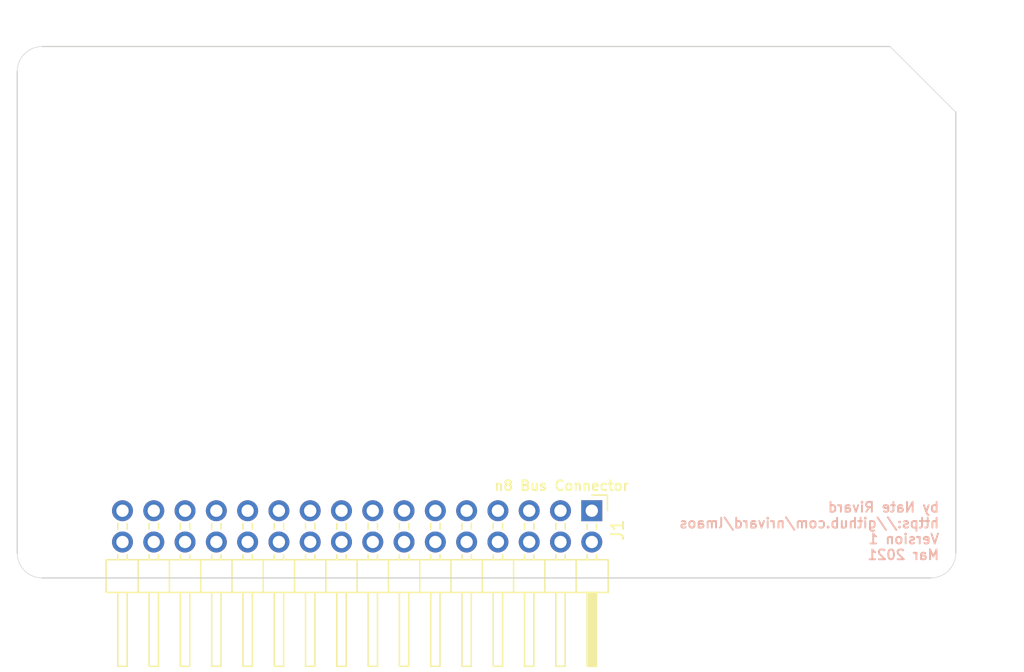
<source format=kicad_pcb>
(kicad_pcb (version 20211014) (generator pcbnew)
  (layers (0 "F.Cu" signal) (31 "B.Cu" signal) (34 "B.Paste" user) (35 "F.Paste" user) (36 "B.SilkS" user "B.Silkscreen") (37 "F.SilkS" user "F.Silkscreen") (38 "B.Mask" user) (39 "F.Mask" user) (44 "Edge.Cuts" user))
  (net 0 "")
  (net 1 "+5V")
  (net 2 "GND")
  (net 3 "/A0")
  (net 4 "/D0")
  (net 5 "/A1")
  (net 6 "/D1")
  (net 7 "/A2")
  (net 8 "/D2")
  (net 9 "/A3")
  (net 10 "/D3")
  (net 11 "/A4")
  (net 12 "/D4")
  (net 13 "/A5")
  (net 14 "/D5")
  (net 15 "~{CS}")
  (net 16 "/D6")
  (net 17 "R~{W}")
  (net 18 "/D7")
  (net 19 "CLK")
  (net 20 "~{IRQ}")
  (net 21 "~{RES}")
  (net 22 "~{NMI}")
  (net 23 "FUTURE0")
  (net 24 "FUTURE1")
  (net 25 "~{WRITE}")
  (net 26 "~{READ}")
  (footprint "Connector_PinHeader_2.54mm:PinHeader_2x16_P2.54mm_Horizontal" (layer "F.Cu") (at 147.2311 112.522 -90)
    (fp_text reference "J1" (at 1.5748 -2.0828 90) (layer "F.SilkS"))
    (fp_text value "n8 Bus Connector")
    (fp_line (start 3.98 -1.33) (end 3.98 39.43) (layer "F.SilkS") (width 0.12))
    (fp_line (start 1.042929 25.02) (end 1.497071 25.02) (layer "F.SilkS") (width 0.12))
    (fp_line (start 1.042929 10.54) (end 1.497071 10.54) (layer "F.SilkS") (width 0.12))
    (fp_line (start 6.64 27.56) (end 12.64 27.56) (layer "F.SilkS") (width 0.12))
    (fp_line (start 6.64 0.16) (end 12.64 0.16) (layer "F.SilkS") (width 0.12))
    (fp_line (start 3.582929 20.7) (end 3.98 20.7) (layer "F.SilkS") (width 0.12))
    (fp_line (start 1.042929 27.56) (end 1.497071 27.56) (layer "F.SilkS") (width 0.12))
    (fp_line (start 3.98 21.59) (end 6.64 21.59) (layer "F.SilkS") (width 0.12))
    (fp_line (start 1.042929 9.78) (end 1.497071 9.78) (layer "F.SilkS") (width 0.12))
    (fp_line (start 1.042929 14.86) (end 1.497071 14.86) (layer "F.SilkS") (width 0.12))
    (fp_line (start 3.582929 30.1) (end 3.98 30.1) (layer "F.SilkS") (width 0.12))
    (fp_line (start 12.64 7.24) (end 12.64 8) (layer "F.SilkS") (width 0.12))
    (fp_line (start 6.64 0.28) (end 12.64 0.28) (layer "F.SilkS") (width 0.12))
    (fp_line (start 3.582929 9.78) (end 3.98 9.78) (layer "F.SilkS") (width 0.12))
    (fp_line (start 12.64 35.18) (end 12.64 35.94) (layer "F.SilkS") (width 0.12))
    (fp_line (start 3.582929 33.4) (end 3.98 33.4) (layer "F.SilkS") (width 0.12))
    (fp_line (start 12.64 12.32) (end 12.64 13.08) (layer "F.SilkS") (width 0.12))
    (fp_line (start 3.98 3.81) (end 6.64 3.81) (layer "F.SilkS") (width 0.12))
    (fp_line (start 12.64 19.94) (end 12.64 20.7) (layer "F.SilkS") (width 0.12))
    (fp_line (start 12.64 18.16) (end 6.64 18.16) (layer "F.SilkS") (width 0.12))
    (fp_line (start 12.64 27.56) (end 12.64 28.32) (layer "F.SilkS") (width 0.12))
    (fp_line (start 3.582929 27.56) (end 3.98 27.56) (layer "F.SilkS") (width 0.12))
    (fp_line (start 6.64 14.86) (end 12.64 14.86) (layer "F.SilkS") (width 0.12))
    (fp_line (start 12.64 28.32) (end 6.64 28.32) (layer "F.SilkS") (width 0.12))
    (fp_line (start 12.64 5.46) (end 6.64 5.46) (layer "F.SilkS") (width 0.12))
    (fp_line (start 6.64 17.4) (end 12.64 17.4) (layer "F.SilkS") (width 0.12))
    (fp_line (start 3.98 26.67) (end 6.64 26.67) (layer "F.SilkS") (width 0.12))
    (fp_line (start 12.64 22.48) (end 12.64 23.24) (layer "F.SilkS") (width 0.12))
    (fp_line (start 12.64 -0.38) (end 12.64 0.38) (layer "F.SilkS") (width 0.12))
    (fp_line (start 3.582929 38.48) (end 3.98 38.48) (layer "F.SilkS") (width 0.12))
    (fp_line (start 1.042929 7.24) (end 1.497071 7.24) (layer "F.SilkS") (width 0.12))
    (fp_line (start 12.64 4.7) (end 12.64 5.46) (layer "F.SilkS") (width 0.12))
    (fp_line (start 3.98 8.89) (end 6.64 8.89) (layer "F.SilkS") (width 0.12))
    (fp_line (start 12.64 2.92) (end 6.64 2.92) (layer "F.SilkS") (width 0.12))
    (fp_line (start 6.64 25.02) (end 12.64 25.02) (layer "F.SilkS") (width 0.12))
    (fp_line (start 6.64 -0.2) (end 12.64 -0.2) (layer "F.SilkS") (width 0.12))
    (fp_line (start 12.64 33.4) (end 6.64 33.4) (layer "F.SilkS") (width 0.12))
    (fp_line (start 3.98 39.43) (end 6.64 39.43) (layer "F.SilkS") (width 0.12))
    (fp_line (start 3.98 11.43) (end 6.64 11.43) (layer "F.SilkS") (width 0.12))
    (fp_line (start 3.582929 14.86) (end 3.98 14.86) (layer "F.SilkS") (width 0.12))
    (fp_line (start 1.042929 2.16) (end 1.497071 2.16) (layer "F.SilkS") (width 0.12))
    (fp_line (start 3.582929 23.24) (end 3.98 23.24) (layer "F.SilkS") (width 0.12))
    (fp_line (start 1.042929 5.46) (end 1.497071 5.46) (layer "F.SilkS") (width 0.12))
    (fp_line (start 12.64 25.02) (end 12.64 25.78) (layer "F.SilkS") (width 0.12))
    (fp_line (start 1.042929 37.72) (end 1.497071 37.72) (layer "F.SilkS") (width 0.12))
    (fp_line (start 3.98 13.97) (end 6.64 13.97) (layer "F.SilkS") (width 0.12))
    (fp_line (start 3.98 31.75) (end 6.64 31.75) (layer "F.SilkS") (width 0.12))
    (fp_line (start 3.582929 32.64) (end 3.98 32.64) (layer "F.SilkS") (width 0.12))
    (fp_line (start 3.98 1.27) (end 6.64 1.27) (layer "F.SilkS") (width 0.12))
    (fp_line (start 12.64 0.38) (end 6.64 0.38) (layer "F.SilkS") (width 0.12))
    (fp_line (start 1.042929 30.86) (end 1.497071 30.86) (layer "F.SilkS") (width 0.12))
    (fp_line (start 1.042929 4.7) (end 1.497071 4.7) (layer "F.SilkS") (width 0.12))
    (fp_line (start 12.64 2.16) (end 12.64 2.92) (layer "F.SilkS") (width 0.12))
    (fp_line (start 3.98 19.05) (end 6.64 19.05) (layer "F.SilkS") (width 0.12))
    (fp_line (start 1.042929 33.4) (end 1.497071 33.4) (layer "F.SilkS") (width 0.12))
    (fp_line (start 12.64 20.7) (end 6.64 20.7) (layer "F.SilkS") (width 0.12))
    (fp_line (start 3.582929 30.86) (end 3.98 30.86) (layer "F.SilkS") (width 0.12))
    (fp_line (start 3.582929 -0.38) (end 3.98 -0.38) (layer "F.SilkS") (width 0.12))
    (fp_line (start 6.64 35.18) (end 12.64 35.18) (layer "F.SilkS") (width 0.12))
    (fp_line (start 3.582929 5.46) (end 3.98 5.46) (layer "F.SilkS") (width 0.12))
    (fp_line (start 1.042929 25.78) (end 1.497071 25.78) (layer "F.SilkS") (width 0.12))
    (fp_line (start 6.64 -0.08) (end 12.64 -0.08) (layer "F.SilkS") (width 0.12))
    (fp_line (start 12.64 23.24) (end 6.64 23.24) (layer "F.SilkS") (width 0.12))
    (fp_line (start 3.582929 13.08) (end 3.98 13.08) (layer "F.SilkS") (width 0.12))
    (fp_line (start 6.64 39.43) (end 6.64 -1.33) (layer "F.SilkS") (width 0.12))
    (fp_line (start 3.582929 2.16) (end 3.98 2.16) (layer "F.SilkS") (width 0.12))
    (fp_line (start 12.64 38.48) (end 6.64 38.48) (layer "F.SilkS") (width 0.12))
    (fp_line (start 12.64 14.86) (end 12.64 15.62) (layer "F.SilkS") (width 0.12))
    (fp_line (start 1.042929 38.48) (end 1.497071 38.48) (layer "F.SilkS") (width 0.12))
    (fp_line (start 1.042929 22.48) (end 1.497071 22.48) (layer "F.SilkS") (width 0.12))
    (fp_line (start 1.11 0.38) (end 1.497071 0.38) (layer "F.SilkS") (width 0.12))
    (fp_line (start 6.64 9.78) (end 12.64 9.78) (layer "F.SilkS") (width 0.12))
    (fp_line (start 1.042929 19.94) (end 1.497071 19.94) (layer "F.SilkS") (width 0.12))
    (fp_line (start 1.042929 35.94) (end 1.497071 35.94) (layer "F.SilkS") (width 0.12))
    (fp_line (start 12.64 8) (end 6.64 8) (layer "F.SilkS") (width 0.12))
    (fp_line (start 3.582929 25.78) (end 3.98 25.78) (layer "F.SilkS") (width 0.12))
    (fp_line (start -1.27 0) (end -1.27 -1.27) (layer "F.SilkS") (width 0.12))
    (fp_line (start 12.64 15.62) (end 6.64 15.62) (layer "F.SilkS") (width 0.12))
    (fp_line (start 3.582929 35.18) (end 3.98 35.18) (layer "F.SilkS") (width 0.12))
    (fp_line (start 6.64 22.48) (end 12.64 22.48) (layer "F.SilkS") (width 0.12))
    (fp_line (start 12.64 30.1) (end 12.64 30.86) (layer "F.SilkS") (width 0.12))
    (fp_line (start 1.042929 32.64) (end 1.497071 32.64) (layer "F.SilkS") (width 0.12))
    (fp_line (start 3.582929 35.94) (end 3.98 35.94) (layer "F.SilkS") (width 0.12))
    (fp_line (start 6.64 30.1) (end 12.64 30.1) (layer "F.SilkS") (width 0.12))
    (fp_line (start 12.64 10.54) (end 6.64 10.54) (layer "F.SilkS") (width 0.12))
    (fp_line (start -1.27 -1.27) (end 0 -1.27) (layer "F.SilkS") (width 0.12))
    (fp_line (start 12.64 30.86) (end 6.64 30.86) (layer "F.SilkS") (width 0.12))
    (fp_line (start 1.042929 12.32) (end 1.497071 12.32) (layer "F.SilkS") (width 0.12))
    (fp_line (start 12.64 25.78) (end 6.64 25.78) (layer "F.SilkS") (width 0.12))
    (fp_line (start 1.042929 17.4) (end 1.497071 17.4) (layer "F.SilkS") (width 0.12))
    (fp_line (start 12.64 32.64) (end 12.64 33.4) (layer "F.SilkS") (width 0.12))
    (fp_line (start 6.64 32.64) (end 12.64 32.64) (layer "F.SilkS") (width 0.12))
    (fp_line (start 3.582929 37.72) (end 3.98 37.72) (layer "F.SilkS") (width 0.12))
    (fp_line (start 1.042929 8) (end 1.497071 8) (layer "F.SilkS") (width 0.12))
    (fp_line (start 1.042929 30.1) (end 1.497071 30.1) (layer "F.SilkS") (width 0.12))
    (fp_line (start 6.64 7.24) (end 12.64 7.24) (layer "F.SilkS") (width 0.12))
    (fp_line (start 3.98 24.13) (end 6.64 24.13) (layer "F.SilkS") (width 0.12))
    (fp_line (start 6.64 -1.33) (end 3.98 -1.33) (layer "F.SilkS") (width 0.12))
    (fp_line (start 3.582929 22.48) (end 3.98 22.48) (layer "F.SilkS") (width 0.12))
    (fp_line (start 12.64 13.08) (end 6.64 13.08) (layer "F.SilkS") (width 0.12))
    (fp_line (start 1.11 -0.38) (end 1.497071 -0.38) (layer "F.SilkS") (width 0.12))
    (fp_line (start 3.582929 18.16) (end 3.98 18.16) (layer "F.SilkS") (width 0.12))
    (fp_line (start 1.042929 13.08) (end 1.497071 13.08) (layer "F.SilkS") (width 0.12))
    (fp_line (start 1.042929 20.7) (end 1.497071 20.7) (layer "F.SilkS") (width 0.12))
    (fp_line (start 1.042929 18.16) (end 1.497071 18.16) (layer "F.SilkS") (width 0.12))
    (fp_line (start 12.64 17.4) (end 12.64 18.16) (layer "F.SilkS") (width 0.12))
    (fp_line (start 3.582929 25.02) (end 3.98 25.02) (layer "F.SilkS") (width 0.12))
    (fp_line (start 3.582929 12.32) (end 3.98 12.32) (layer "F.SilkS") (width 0.12))
    (fp_line (start 6.64 19.94) (end 12.64 19.94) (layer "F.SilkS") (width 0.12))
    (fp_line (start 6.64 -0.32) (end 12.64 -0.32) (layer "F.SilkS") (width 0.12))
    (fp_line (start 3.582929 0.38) (end 3.98 0.38) (layer "F.SilkS") (width 0.12))
    (fp_line (start 1.042929 23.24) (end 1.497071 23.24) (layer "F.SilkS") (width 0.12))
    (fp_line (start 3.582929 8) (end 3.98 8) (layer "F.SilkS") (width 0.12))
    (fp_line (start 3.582929 28.32) (end 3.98 28.32) (layer "F.SilkS") (width 0.12))
    (fp_line (start 6.64 12.32) (end 12.64 12.32) (layer "F.SilkS") (width 0.12))
    (fp_line (start 1.042929 35.18) (end 1.497071 35.18) (layer "F.SilkS") (width 0.12))
    (fp_line (start 3.98 16.51) (end 6.64 16.51) (layer "F.SilkS") (width 0.12))
    (fp_line (start 3.582929 15.62) (end 3.98 15.62) (layer "F.SilkS") (width 0.12))
    (fp_line (start 1.042929 28.32) (end 1.497071 28.32) (layer "F.SilkS") (width 0.12))
    (fp_line (start 12.64 35.94) (end 6.64 35.94) (layer "F.SilkS") (width 0.12))
    (fp_line (start 3.582929 19.94) (end 3.98 19.94) (layer "F.SilkS") (width 0.12))
    (fp_line (start 3.582929 2.92) (end 3.98 2.92) (layer "F.SilkS") (width 0.12))
    (fp_line (start 1.042929 15.62) (end 1.497071 15.62) (layer "F.SilkS") (width 0.12))
    (fp_line (start 6.64 -0.38) (end 12.64 -0.38) (layer "F.SilkS") (width 0.12))
    (fp_line (start 3.98 6.35) (end 6.64 6.35) (layer "F.SilkS") (width 0.12))
    (fp_line (start 3.582929 17.4) (end 3.98 17.4) (layer "F.SilkS") (width 0.12))
    (fp_line (start 6.64 0.04) (end 12.64 0.04) (layer "F.SilkS") (width 0.12))
    (fp_line (start 1.042929 2.92) (end 1.497071 2.92) (layer "F.SilkS") (width 0.12))
    (fp_line (start 3.582929 7.24) (end 3.98 7.24) (layer "F.SilkS") (width 0.12))
    (fp_line (start 3.98 36.83) (end 6.64 36.83) (layer "F.SilkS") (width 0.12))
    (fp_line (start 3.98 29.21) (end 6.64 29.21) (layer "F.SilkS") (width 0.12))
    (fp_line (start 12.64 37.72) (end 12.64 38.48) (layer "F.SilkS") (width 0.12))
    (fp_line (start 12.64 9.78) (end 12.64 10.54) (layer "F.SilkS") (width 0.12))
    (fp_line (start 3.582929 10.54) (end 3.98 10.54) (layer "F.SilkS") (width 0.12))
    (fp_line (start 3.98 34.29) (end 6.64 34.29) (layer "F.SilkS") (width 0.12))
    (fp_line (start 6.64 37.72) (end 12.64 37.72) (layer "F.SilkS") (width 0.12))
    (fp_line (start 6.64 2.16) (end 12.64 2.16) (layer "F.SilkS") (width 0.12))
    (fp_line (start 6.64 4.7) (end 12.64 4.7) (layer "F.SilkS") (width 0.12))
    (fp_line (start 3.582929 4.7) (end 3.98 4.7) (layer "F.SilkS") (width 0.12))
    (pad "1" thru_hole rect locked (at 0 0 270) (size 1.7 1.7) (drill 1) (layers *.Cu *.Mask) (net 2 "GND"))
    (pad "2" thru_hole oval locked (at 2.54 0 270) (size 1.7 1.7) (drill 1) (layers *.Cu *.Mask) (net 2 "GND"))
    (pad "3" thru_hole oval locked (at 0 2.54 270) (size 1.7 1.7) (drill 1) (layers *.Cu *.Mask) (net 1 "+5V"))
    (pad "4" thru_hole oval locked (at 2.54 2.54 270) (size 1.7 1.7) (drill 1) (layers *.Cu *.Mask) (net 1 "+5V"))
    (pad "5" thru_hole oval locked (at 0 5.08 270) (size 1.7 1.7) (drill 1) (layers *.Cu *.Mask) (net 25 "~{WRITE}"))
    (pad "6" thru_hole oval locked (at 2.54 5.08 270) (size 1.7 1.7) (drill 1) (layers *.Cu *.Mask) (net 24 "FUTURE1"))
    (pad "7" thru_hole oval locked (at 0 7.62 270) (size 1.7 1.7) (drill 1) (layers *.Cu *.Mask) (net 26 "~{READ}"))
    (pad "8" thru_hole oval locked (at 2.54 7.62 270) (size 1.7 1.7) (drill 1) (layers *.Cu *.Mask) (net 23 "FUTURE0"))
    (pad "9" thru_hole oval locked (at 0 10.16 270) (size 1.7 1.7) (drill 1) (layers *.Cu *.Mask) (net 22 "~{NMI}"))
    (pad "10" thru_hole oval locked (at 2.54 10.16 270) (size 1.7 1.7) (drill 1) (layers *.Cu *.Mask) (net 21 "~{RES}"))
    (pad "11" thru_hole oval locked (at 0 12.7 270) (size 1.7 1.7) (drill 1) (layers *.Cu *.Mask) (net 20 "~{IRQ}"))
    (pad "12" thru_hole oval locked (at 2.54 12.7 270) (size 1.7 1.7) (drill 1) (layers *.Cu *.Mask) (net 19 "CLK"))
    (pad "13" thru_hole oval locked (at 0 15.24 270) (size 1.7 1.7) (drill 1) (layers *.Cu *.Mask) (net 18 "/D7"))
    (pad "14" thru_hole oval locked (at 2.54 15.24 270) (size 1.7 1.7) (drill 1) (layers *.Cu *.Mask) (net 17 "R~{W}"))
    (pad "15" thru_hole oval locked (at 0 17.78 270) (size 1.7 1.7) (drill 1) (layers *.Cu *.Mask) (net 16 "/D6"))
    (pad "16" thru_hole oval locked (at 2.54 17.78 270) (size 1.7 1.7) (drill 1) (layers *.Cu *.Mask) (net 15 "~{CS}"))
    (pad "17" thru_hole oval locked (at 0 20.32 270) (size 1.7 1.7) (drill 1) (layers *.Cu *.Mask) (net 14 "/D5"))
    (pad "18" thru_hole oval locked (at 2.54 20.32 270) (size 1.7 1.7) (drill 1) (layers *.Cu *.Mask) (net 13 "/A5"))
    (pad "19" thru_hole oval locked (at 0 22.86 270) (size 1.7 1.7) (drill 1) (layers *.Cu *.Mask) (net 12 "/D4"))
    (pad "20" thru_hole oval locked (at 2.54 22.86 270) (size 1.7 1.7) (drill 1) (layers *.Cu *.Mask) (net 11 "/A4"))
    (pad "21" thru_hole oval locked (at 0 25.4 270) (size 1.7 1.7) (drill 1) (layers *.Cu *.Mask) (net 10 "/D3"))
    (pad "22" thru_hole oval locked (at 2.54 25.4 270) (size 1.7 1.7) (drill 1) (layers *.Cu *.Mask) (net 9 "/A3"))
    (pad "23" thru_hole oval locked (at 0 27.94 270) (size 1.7 1.7) (drill 1) (layers *.Cu *.Mask) (net 8 "/D2"))
    (pad "24" thru_hole oval locked (at 2.54 27.94 270) (size 1.7 1.7) (drill 1) (layers *.Cu *.Mask) (net 7 "/A2"))
    (pad "25" thru_hole oval locked (at 0 30.48 270) (size 1.7 1.7) (drill 1) (layers *.Cu *.Mask) (net 6 "/D1"))
    (pad "26" thru_hole oval locked (at 2.54 30.48 270) (size 1.7 1.7) (drill 1) (layers *.Cu *.Mask) (net 5 "/A1"))
    (pad "27" thru_hole oval locked (at 0 33.02 270) (size 1.7 1.7) (drill 1) (layers *.Cu *.Mask) (net 4 "/D0"))
    (pad "28" thru_hole oval locked (at 2.54 33.02 270) (size 1.7 1.7) (drill 1) (layers *.Cu *.Mask) (net 3 "/A0"))
    (pad "29" thru_hole oval locked (at 0 35.56 270) (size 1.7 1.7) (drill 1) (layers *.Cu *.Mask) (net 2 "GND"))
    (pad "30" thru_hole oval locked (at 2.54 35.56 270) (size 1.7 1.7) (drill 1) (layers *.Cu *.Mask) (net 2 "GND"))
    (pad "31" thru_hole oval locked (at 0 38.1 270) (size 1.7 1.7) (drill 1) (layers *.Cu *.Mask) (net 1 "+5V"))
    (pad "32" thru_hole oval locked (at 2.54 38.1 270) (size 1.7 1.7) (drill 1) (layers *.Cu *.Mask) (net 1 "+5V"))
  )
  (gr_line (start 102.616 74.803) (end 171.45 74.803) (layer "Edge.Cuts") (width 0.1))
  (gr_line (start 176.784 80.137) (end 176.784 115.951) (layer "Edge.Cuts") (width 0.1))
  (gr_line (start 174.752 117.983) (end 102.616 117.983) (layer "Edge.Cuts") (width 0.1))
  (gr_arc (start 100.584 76.835) (mid 101.179159 75.398159) (end 102.616 74.803) (layer "Edge.Cuts") (width 0.05))
  (gr_line (start 100.584 115.951) (end 100.584 76.835) (layer "Edge.Cuts") (width 0.1))
  (gr_arc (start 102.616 117.983) (mid 101.179159 117.387841) (end 100.584 115.951) (layer "Edge.Cuts") (width 0.05))
  (gr_arc (start 176.784 115.951) (mid 176.188841 117.387841) (end 174.752 117.983) (layer "Edge.Cuts") (width 0.05))
  (gr_line (start 176.784 80.137) (end 171.45 74.803) (layer "Edge.Cuts") (width 0.05))
  (gr_text "by Nate Rivard\nhttps://github.com/nrivard/lmaos\nVersion 1\nMar 2021" (at 175.514 114.173) (layer "B.SilkS") (effects (font (size 0.8 0.8)) (justify left mirror)))
  (gr_text "n8 Bus Connector" (at 144.78 110.49) (layer "F.SilkS") (effects (font (size 0.8 0.8))))
)
</source>
